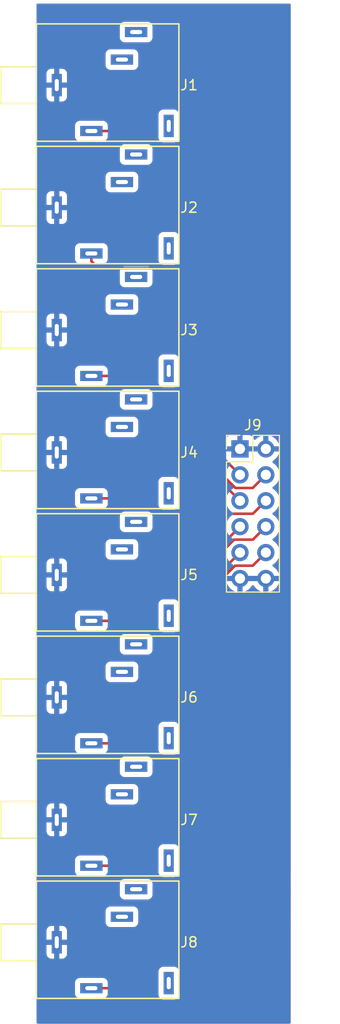
<source format=kicad_pcb>
(kicad_pcb (version 20241229) (generator "pcbnew") (generator_version "9.0")
  (layers (0 "F.Cu" signal) (2 "B.Cu" signal) (13 "F.Paste" user) (15 "B.Paste" user) (5 "F.SilkS" user "F.Silkscreen") (7 "B.SilkS" user "B.Silkscreen") (1 "F.Mask" user) (3 "B.Mask" user) (25 "Edge.Cuts" user))
  (net 0 "")
  (net 1 "GND")
  (net 2 "Net-(J1-Pad3)")
  (net 3 "Net-(J1-Pad2)")
  (net 4 "Net-(J2-Pad2)")
  (net 5 "Net-(J2-Pad3)")
  (net 6 "Net-(J3-Pad3)")
  (net 7 "Net-(J3-Pad2)")
  (net 8 "Net-(J4-Pad2)")
  (net 9 "Net-(J4-Pad3)")
  (net 10 "Net-(J5-Pad3)")
  (net 11 "Net-(J5-Pad2)")
  (net 12 "Net-(J6-Pad2)")
  (net 13 "Net-(J6-Pad3)")
  (net 14 "Net-(J7-Pad3)")
  (net 15 "Net-(J7-Pad2)")
  (net 16 "Net-(J8-Pad2)")
  (net 17 "Net-(J8-Pad3)")
  (footprint "Custom_Library:Mono_Jack_3.5mm_Switch_Switchcraft_35RAPC2AH3" (layer "F.Cu") (at 0 8)
    (property "Reference" "J1" (at 15 0 0) (layer "F.SilkS"))
    (property "Value" "AudioJack1_Switch")
    (fp_line (start -3.5 -1.8) (end -3.5 1.8) (stroke (width 0.15)) (layer "F.SilkS"))
    (fp_line (start 0 -6) (end 14 -6) (stroke (width 0.15)) (layer "F.SilkS"))
    (fp_line (start 0 -1.8) (end -3.5 -1.8) (stroke (width 0.15)) (layer "F.SilkS"))
    (fp_line (start 0 1.8) (end -3.5 1.8) (stroke (width 0.15)) (layer "F.SilkS"))
    (fp_line (start 0 5.5) (end 0 -6) (stroke (width 0.15)) (layer "F.SilkS"))
    (fp_line (start 14 -6) (end 14 5.5) (stroke (width 0.15)) (layer "F.SilkS"))
    (fp_line (start 14 5.5) (end 0 5.5) (stroke (width 0.15)) (layer "F.SilkS"))
    (pad "1" thru_hole rect (at 2 0) (size 1 2.2) (drill oval 0.4 1.2) (layers "*.Cu" "*.Mask") (net 1 "GND"))
    (pad "2" thru_hole rect (at 13 4) (size 1 2.2) (drill oval 0.4 1.2) (layers "*.Cu" "*.Mask") (net 3 "Net-(J1-Pad2)"))
    (pad "3" thru_hole rect (at 5.4 4.5) (size 2.2 1) (drill oval 1.2 0.4) (layers "*.Cu" "*.Mask") (net 2 "Net-(J1-Pad3)"))
    (pad "~" thru_hole rect (at 8.4 -2.5) (size 2.2 1) (drill oval 1.2 0.4) (layers "*.Cu" "*.Mask"))
    (pad "~" thru_hole rect (at 9.8 -5.2) (size 2.2 1) (drill oval 1.2 0.4) (layers "*.Cu" "*.Mask"))
  )
  (footprint "Custom_Library:Mono_Jack_3.5mm_Switch_Switchcraft_35RAPC2AH3" (layer "F.Cu") (at 0 20)
    (property "Reference" "J2" (at 15 0 0) (layer "F.SilkS"))
    (property "Value" "AudioJack1_Switch")
    (fp_line (start -3.5 -1.8) (end -3.5 1.8) (stroke (width 0.15)) (layer "F.SilkS"))
    (fp_line (start 0 -6) (end 14 -6) (stroke (width 0.15)) (layer "F.SilkS"))
    (fp_line (start 0 -1.8) (end -3.5 -1.8) (stroke (width 0.15)) (layer "F.SilkS"))
    (fp_line (start 0 1.8) (end -3.5 1.8) (stroke (width 0.15)) (layer "F.SilkS"))
    (fp_line (start 0 5.5) (end 0 -6) (stroke (width 0.15)) (layer "F.SilkS"))
    (fp_line (start 14 -6) (end 14 5.5) (stroke (width 0.15)) (layer "F.SilkS"))
    (fp_line (start 14 5.5) (end 0 5.5) (stroke (width 0.15)) (layer "F.SilkS"))
    (pad "1" thru_hole rect (at 2 0) (size 1 2.2) (drill oval 0.4 1.2) (layers "*.Cu" "*.Mask") (net 1 "GND"))
    (pad "2" thru_hole rect (at 13 4) (size 1 2.2) (drill oval 0.4 1.2) (layers "*.Cu" "*.Mask") (net 4 "Net-(J2-Pad2)"))
    (pad "3" thru_hole rect (at 5.4 4.5) (size 2.2 1) (drill oval 1.2 0.4) (layers "*.Cu" "*.Mask") (net 5 "Net-(J2-Pad3)"))
    (pad "~" thru_hole rect (at 8.4 -2.5) (size 2.2 1) (drill oval 1.2 0.4) (layers "*.Cu" "*.Mask"))
    (pad "~" thru_hole rect (at 9.8 -5.2) (size 2.2 1) (drill oval 1.2 0.4) (layers "*.Cu" "*.Mask"))
  )
  (footprint "Custom_Library:Mono_Jack_3.5mm_Switch_Switchcraft_35RAPC2AH3" (layer "F.Cu") (at 0 32)
    (property "Reference" "J3" (at 15 0 0) (layer "F.SilkS"))
    (property "Value" "AudioJack1_Switch")
    (fp_line (start -3.5 -1.8) (end -3.5 1.8) (stroke (width 0.15)) (layer "F.SilkS"))
    (fp_line (start 0 -6) (end 14 -6) (stroke (width 0.15)) (layer "F.SilkS"))
    (fp_line (start 0 -1.8) (end -3.5 -1.8) (stroke (width 0.15)) (layer "F.SilkS"))
    (fp_line (start 0 1.8) (end -3.5 1.8) (stroke (width 0.15)) (layer "F.SilkS"))
    (fp_line (start 0 5.5) (end 0 -6) (stroke (width 0.15)) (layer "F.SilkS"))
    (fp_line (start 14 -6) (end 14 5.5) (stroke (width 0.15)) (layer "F.SilkS"))
    (fp_line (start 14 5.5) (end 0 5.5) (stroke (width 0.15)) (layer "F.SilkS"))
    (pad "1" thru_hole rect (at 2 0) (size 1 2.2) (drill oval 0.4 1.2) (layers "*.Cu" "*.Mask") (net 1 "GND"))
    (pad "2" thru_hole rect (at 13 4) (size 1 2.2) (drill oval 0.4 1.2) (layers "*.Cu" "*.Mask") (net 7 "Net-(J3-Pad2)"))
    (pad "3" thru_hole rect (at 5.4 4.5) (size 2.2 1) (drill oval 1.2 0.4) (layers "*.Cu" "*.Mask") (net 6 "Net-(J3-Pad3)"))
    (pad "~" thru_hole rect (at 8.4 -2.5) (size 2.2 1) (drill oval 1.2 0.4) (layers "*.Cu" "*.Mask"))
    (pad "~" thru_hole rect (at 9.8 -5.2) (size 2.2 1) (drill oval 1.2 0.4) (layers "*.Cu" "*.Mask"))
  )
  (footprint "Custom_Library:Mono_Jack_3.5mm_Switch_Switchcraft_35RAPC2AH3" (layer "F.Cu") (at 0 44)
    (property "Reference" "J4" (at 15 0 0) (layer "F.SilkS"))
    (property "Value" "AudioJack1_Switch")
    (fp_line (start -3.5 -1.8) (end -3.5 1.8) (stroke (width 0.15)) (layer "F.SilkS"))
    (fp_line (start 0 -6) (end 14 -6) (stroke (width 0.15)) (layer "F.SilkS"))
    (fp_line (start 0 -1.8) (end -3.5 -1.8) (stroke (width 0.15)) (layer "F.SilkS"))
    (fp_line (start 0 1.8) (end -3.5 1.8) (stroke (width 0.15)) (layer "F.SilkS"))
    (fp_line (start 0 5.5) (end 0 -6) (stroke (width 0.15)) (layer "F.SilkS"))
    (fp_line (start 14 -6) (end 14 5.5) (stroke (width 0.15)) (layer "F.SilkS"))
    (fp_line (start 14 5.5) (end 0 5.5) (stroke (width 0.15)) (layer "F.SilkS"))
    (pad "1" thru_hole rect (at 2 0) (size 1 2.2) (drill oval 0.4 1.2) (layers "*.Cu" "*.Mask") (net 1 "GND"))
    (pad "2" thru_hole rect (at 13 4) (size 1 2.2) (drill oval 0.4 1.2) (layers "*.Cu" "*.Mask") (net 8 "Net-(J4-Pad2)"))
    (pad "3" thru_hole rect (at 5.4 4.5) (size 2.2 1) (drill oval 1.2 0.4) (layers "*.Cu" "*.Mask") (net 9 "Net-(J4-Pad3)"))
    (pad "~" thru_hole rect (at 8.4 -2.5) (size 2.2 1) (drill oval 1.2 0.4) (layers "*.Cu" "*.Mask"))
    (pad "~" thru_hole rect (at 9.8 -5.2) (size 2.2 1) (drill oval 1.2 0.4) (layers "*.Cu" "*.Mask"))
  )
  (footprint "Custom_Library:Mono_Jack_3.5mm_Switch_Switchcraft_35RAPC2AH3" (layer "F.Cu") (at 0 56)
    (property "Reference" "J5" (at 15 0 0) (layer "F.SilkS"))
    (property "Value" "AudioJack1_Switch")
    (fp_line (start -3.5 -1.8) (end -3.5 1.8) (stroke (width 0.15)) (layer "F.SilkS"))
    (fp_line (start 0 -6) (end 14 -6) (stroke (width 0.15)) (layer "F.SilkS"))
    (fp_line (start 0 -1.8) (end -3.5 -1.8) (stroke (width 0.15)) (layer "F.SilkS"))
    (fp_line (start 0 1.8) (end -3.5 1.8) (stroke (width 0.15)) (layer "F.SilkS"))
    (fp_line (start 0 5.5) (end 0 -6) (stroke (width 0.15)) (layer "F.SilkS"))
    (fp_line (start 14 -6) (end 14 5.5) (stroke (width 0.15)) (layer "F.SilkS"))
    (fp_line (start 14 5.5) (end 0 5.5) (stroke (width 0.15)) (layer "F.SilkS"))
    (pad "1" thru_hole rect (at 2 0) (size 1 2.2) (drill oval 0.4 1.2) (layers "*.Cu" "*.Mask") (net 1 "GND"))
    (pad "2" thru_hole rect (at 13 4) (size 1 2.2) (drill oval 0.4 1.2) (layers "*.Cu" "*.Mask") (net 11 "Net-(J5-Pad2)"))
    (pad "3" thru_hole rect (at 5.4 4.5) (size 2.2 1) (drill oval 1.2 0.4) (layers "*.Cu" "*.Mask") (net 10 "Net-(J5-Pad3)"))
    (pad "~" thru_hole rect (at 8.4 -2.5) (size 2.2 1) (drill oval 1.2 0.4) (layers "*.Cu" "*.Mask"))
    (pad "~" thru_hole rect (at 9.8 -5.2) (size 2.2 1) (drill oval 1.2 0.4) (layers "*.Cu" "*.Mask"))
  )
  (footprint "Custom_Library:Mono_Jack_3.5mm_Switch_Switchcraft_35RAPC2AH3" (layer "F.Cu") (at 0 68)
    (property "Reference" "J6" (at 15 0 0) (layer "F.SilkS"))
    (property "Value" "AudioJack1_Switch")
    (fp_line (start -3.5 -1.8) (end -3.5 1.8) (stroke (width 0.15)) (layer "F.SilkS"))
    (fp_line (start 0 -6) (end 14 -6) (stroke (width 0.15)) (layer "F.SilkS"))
    (fp_line (start 0 -1.8) (end -3.5 -1.8) (stroke (width 0.15)) (layer "F.SilkS"))
    (fp_line (start 0 1.8) (end -3.5 1.8) (stroke (width 0.15)) (layer "F.SilkS"))
    (fp_line (start 0 5.5) (end 0 -6) (stroke (width 0.15)) (layer "F.SilkS"))
    (fp_line (start 14 -6) (end 14 5.5) (stroke (width 0.15)) (layer "F.SilkS"))
    (fp_line (start 14 5.5) (end 0 5.5) (stroke (width 0.15)) (layer "F.SilkS"))
    (pad "1" thru_hole rect (at 2 0) (size 1 2.2) (drill oval 0.4 1.2) (layers "*.Cu" "*.Mask") (net 1 "GND"))
    (pad "2" thru_hole rect (at 13 4) (size 1 2.2) (drill oval 0.4 1.2) (layers "*.Cu" "*.Mask") (net 12 "Net-(J6-Pad2)"))
    (pad "3" thru_hole rect (at 5.4 4.5) (size 2.2 1) (drill oval 1.2 0.4) (layers "*.Cu" "*.Mask") (net 13 "Net-(J6-Pad3)"))
    (pad "~" thru_hole rect (at 8.4 -2.5) (size 2.2 1) (drill oval 1.2 0.4) (layers "*.Cu" "*.Mask"))
    (pad "~" thru_hole rect (at 9.8 -5.2) (size 2.2 1) (drill oval 1.2 0.4) (layers "*.Cu" "*.Mask"))
  )
  (footprint "Custom_Library:Mono_Jack_3.5mm_Switch_Switchcraft_35RAPC2AH3" (layer "F.Cu") (at 0 80)
    (property "Reference" "J7" (at 15 0 0) (layer "F.SilkS"))
    (property "Value" "AudioJack1_Switch")
    (fp_line (start -3.5 -1.8) (end -3.5 1.8) (stroke (width 0.15)) (layer "F.SilkS"))
    (fp_line (start 0 -6) (end 14 -6) (stroke (width 0.15)) (layer "F.SilkS"))
    (fp_line (start 0 -1.8) (end -3.5 -1.8) (stroke (width 0.15)) (layer "F.SilkS"))
    (fp_line (start 0 1.8) (end -3.5 1.8) (stroke (width 0.15)) (layer "F.SilkS"))
    (fp_line (start 0 5.5) (end 0 -6) (stroke (width 0.15)) (layer "F.SilkS"))
    (fp_line (start 14 -6) (end 14 5.5) (stroke (width 0.15)) (layer "F.SilkS"))
    (fp_line (start 14 5.5) (end 0 5.5) (stroke (width 0.15)) (layer "F.SilkS"))
    (pad "1" thru_hole rect (at 2 0) (size 1 2.2) (drill oval 0.4 1.2) (layers "*.Cu" "*.Mask") (net 1 "GND"))
    (pad "2" thru_hole rect (at 13 4) (size 1 2.2) (drill oval 0.4 1.2) (layers "*.Cu" "*.Mask") (net 15 "Net-(J7-Pad2)"))
    (pad "3" thru_hole rect (at 5.4 4.5) (size 2.2 1) (drill oval 1.2 0.4) (layers "*.Cu" "*.Mask") (net 14 "Net-(J7-Pad3)"))
    (pad "~" thru_hole rect (at 8.4 -2.5) (size 2.2 1) (drill oval 1.2 0.4) (layers "*.Cu" "*.Mask"))
    (pad "~" thru_hole rect (at 9.8 -5.2) (size 2.2 1) (drill oval 1.2 0.4) (layers "*.Cu" "*.Mask"))
  )
  (footprint "Custom_Library:Mono_Jack_3.5mm_Switch_Switchcraft_35RAPC2AH3" (layer "F.Cu") (at 0 92)
    (property "Reference" "J8" (at 15 0 0) (layer "F.SilkS"))
    (property "Value" "AudioJack1_Switch")
    (fp_line (start -3.5 -1.8) (end -3.5 1.8) (stroke (width 0.15)) (layer "F.SilkS"))
    (fp_line (start 0 -6) (end 14 -6) (stroke (width 0.15)) (layer "F.SilkS"))
    (fp_line (start 0 -1.8) (end -3.5 -1.8) (stroke (width 0.15)) (layer "F.SilkS"))
    (fp_line (start 0 1.8) (end -3.5 1.8) (stroke (width 0.15)) (layer "F.SilkS"))
    (fp_line (start 0 5.5) (end 0 -6) (stroke (width 0.15)) (layer "F.SilkS"))
    (fp_line (start 14 -6) (end 14 5.5) (stroke (width 0.15)) (layer "F.SilkS"))
    (fp_line (start 14 5.5) (end 0 5.5) (stroke (width 0.15)) (layer "F.SilkS"))
    (pad "1" thru_hole rect (at 2 0) (size 1 2.2) (drill oval 0.4 1.2) (layers "*.Cu" "*.Mask") (net 1 "GND"))
    (pad "2" thru_hole rect (at 13 4) (size 1 2.2) (drill oval 0.4 1.2) (layers "*.Cu" "*.Mask") (net 16 "Net-(J8-Pad2)"))
    (pad "3" thru_hole rect (at 5.4 4.5) (size 2.2 1) (drill oval 1.2 0.4) (layers "*.Cu" "*.Mask") (net 17 "Net-(J8-Pad3)"))
    (pad "~" thru_hole rect (at 8.4 -2.5) (size 2.2 1) (drill oval 1.2 0.4) (layers "*.Cu" "*.Mask"))
    (pad "~" thru_hole rect (at 9.8 -5.2) (size 2.2 1) (drill oval 1.2 0.4) (layers "*.Cu" "*.Mask"))
  )
  (footprint "Pin_Headers:Pin_Header_Straight_2x06_Pitch2.54mm" (layer "F.Cu") (at 20 43.65)
    (property "Reference" "J9" (at 1.27 -2.33 0) (layer "F.SilkS"))
    (property "Value" "Conn_02x06_Odd_Even")
    (fp_line (start -1.33 -1.33) (end 0 -1.33) (stroke (width 0.12)) (layer "F.SilkS"))
    (fp_line (start -1.33 0) (end -1.33 -1.33) (stroke (width 0.12)) (layer "F.SilkS"))
    (fp_line (start -1.33 1.27) (end -1.33 14.03) (stroke (width 0.12)) (layer "F.SilkS"))
    (fp_line (start -1.33 1.27) (end 1.27 1.27) (stroke (width 0.12)) (layer "F.SilkS"))
    (fp_line (start -1.33 14.03) (end 3.87 14.03) (stroke (width 0.12)) (layer "F.SilkS"))
    (fp_line (start 1.27 -1.33) (end 3.87 -1.33) (stroke (width 0.12)) (layer "F.SilkS"))
    (fp_line (start 1.27 1.27) (end 1.27 -1.33) (stroke (width 0.12)) (layer "F.SilkS"))
    (fp_line (start 3.87 -1.33) (end 3.87 14.03) (stroke (width 0.12)) (layer "F.SilkS"))
    (pad "1" thru_hole rect (at 0 0) (size 1.7 1.7) (drill 1) (layers "*.Cu" "*.Mask") (net 1 "GND"))
    (pad "2" thru_hole oval (at 2.54 0) (size 1.7 1.7) (drill 1) (layers "*.Cu" "*.Mask") (net 1 "GND"))
    (pad "3" thru_hole oval (at 0 2.54) (size 1.7 1.7) (drill 1) (layers "*.Cu" "*.Mask") (net 2 "Net-(J1-Pad3)"))
    (pad "4" thru_hole oval (at 2.54 2.54) (size 1.7 1.7) (drill 1) (layers "*.Cu" "*.Mask") (net 5 "Net-(J2-Pad3)"))
    (pad "5" thru_hole oval (at 0 5.08) (size 1.7 1.7) (drill 1) (layers "*.Cu" "*.Mask") (net 6 "Net-(J3-Pad3)"))
    (pad "6" thru_hole oval (at 2.54 5.08) (size 1.7 1.7) (drill 1) (layers "*.Cu" "*.Mask") (net 9 "Net-(J4-Pad3)"))
    (pad "7" thru_hole oval (at 0 7.62) (size 1.7 1.7) (drill 1) (layers "*.Cu" "*.Mask") (net 10 "Net-(J5-Pad3)"))
    (pad "8" thru_hole oval (at 2.54 7.62) (size 1.7 1.7) (drill 1) (layers "*.Cu" "*.Mask") (net 13 "Net-(J6-Pad3)"))
    (pad "9" thru_hole oval (at 0 10.16) (size 1.7 1.7) (drill 1) (layers "*.Cu" "*.Mask") (net 14 "Net-(J7-Pad3)"))
    (pad "10" thru_hole oval (at 2.54 10.16) (size 1.7 1.7) (drill 1) (layers "*.Cu" "*.Mask") (net 17 "Net-(J8-Pad3)"))
    (pad "11" thru_hole oval (at 0 12.7) (size 1.7 1.7) (drill 1) (layers "*.Cu" "*.Mask") (net 1 "GND"))
    (pad "12" thru_hole oval (at 2.54 12.7) (size 1.7 1.7) (drill 1) (layers "*.Cu" "*.Mask") (net 1 "GND"))
  )
  (gr_line (start 0 0) (end 0 100) (stroke (width 0.05)) (layer "Edge.Cuts"))
  (gr_line (start 25 0) (end 25 100) (stroke (width 0.05)) (layer "Edge.Cuts"))
  (gr_line (start 0 100) (end 25 100) (stroke (width 0.05)) (layer "Edge.Cuts"))
  (gr_line (start 0 0) (end 25 0) (stroke (width 0.05)) (layer "Edge.Cuts"))
  (segment (start 18.088202 38.97942) (end 18.087771 38.978989) (width 0.25) (layer "F.Cu") (net 2))
  (segment (start 18.0848 16.23314) (end 15.8496 13.99794) (width 0.25) (layer "F.Cu") (net 2))
  (segment (start 20 46.19) (end 18.088202 44.278202) (width 0.25) (layer "F.Cu") (net 2))
  (segment (start 18.087771 27.65708) (end 18.0848 27.654109) (width 0.25) (layer "F.Cu") (net 2))
  (segment (start 6.75 12.5) (end 5.4 12.5) (width 0.25) (layer "F.Cu") (net 2))
  (segment (start 18.087771 38.978989) (end 18.087771 27.65708) (width 0.25) (layer "F.Cu") (net 2))
  (segment (start 11.99388 13.99794) (end 10.49594 12.5) (width 0.25) (layer "F.Cu") (net 2))
  (segment (start 15.8496 13.99794) (end 11.99388 13.99794) (width 0.25) (layer "F.Cu") (net 2))
  (segment (start 10.49594 12.5) (end 6.75 12.5) (width 0.25) (layer "F.Cu") (net 2))
  (segment (start 18.088202 44.278202) (end 18.088202 38.97942) (width 0.25) (layer "F.Cu") (net 2))
  (segment (start 18.0848 27.654109) (end 18.0848 16.23314) (width 0.25) (layer "F.Cu") (net 2))
  (segment (start 17.638191 45.567193) (end 17.638191 39.16582) (width 0.25) (layer "F.Cu") (net 5))
  (segment (start 5.4 25.25) (end 5.4 24.5) (width 0.25) (layer "F.Cu") (net 5))
  (segment (start 22.54 46.19) (end 21.24978 47.48022) (width 0.25) (layer "F.Cu") (net 5))
  (segment (start 17.63776 39.165389) (end 17.63776 27.84348) (width 0.25) (layer "F.Cu") (net 5))
  (segment (start 15.76578 25.9715) (end 6.1215 25.9715) (width 0.25) (layer "F.Cu") (net 5))
  (segment (start 17.63776 27.84348) (end 15.76578 25.9715) (width 0.25) (layer "F.Cu") (net 5))
  (segment (start 19.551218 47.48022) (end 17.638191 45.567193) (width 0.25) (layer "F.Cu") (net 5))
  (segment (start 21.24978 47.48022) (end 19.551218 47.48022) (width 0.25) (layer "F.Cu") (net 5))
  (segment (start 6.1215 25.9715) (end 5.4 25.25) (width 0.25) (layer "F.Cu") (net 5))
  (segment (start 17.638191 39.16582) (end 17.63776 39.165389) (width 0.25) (layer "F.Cu") (net 5))
  (segment (start 10.53104 36.5) (end 11.97864 37.9476) (width 0.25) (layer "F.Cu") (net 6))
  (segment (start 5.4 36.5) (end 10.53104 36.5) (width 0.25) (layer "F.Cu") (net 6))
  (segment (start 17.18818 39.35222) (end 17.18818 45.91818) (width 0.25) (layer "F.Cu") (net 6))
  (segment (start 17.18818 45.91818) (end 20 48.73) (width 0.25) (layer "F.Cu") (net 6))
  (segment (start 15.78356 37.9476) (end 17.18818 39.35222) (width 0.25) (layer "F.Cu") (net 6))
  (segment (start 11.97864 37.9476) (end 15.78356 37.9476) (width 0.25) (layer "F.Cu") (net 6))
  (segment (start 5.4 48.5) (end 10.5905 48.5) (width 0.25) (layer "F.Cu") (net 9))
  (segment (start 21.690001 49.579999) (end 22.54 48.73) (width 0.25) (layer "F.Cu") (net 9))
  (segment (start 21.26502 50.00498) (end 21.690001 49.579999) (width 0.25) (layer "F.Cu") (net 9))
  (segment (start 12.09548 50.00498) (end 21.26502 50.00498) (width 0.25) (layer "F.Cu") (net 9))
  (segment (start 10.5905 48.5) (end 12.09548 50.00498) (width 0.25) (layer "F.Cu") (net 9))
  (segment (start 15.2781 62.0014) (end 12.02944 62.0014) (width 0.25) (layer "F.Cu") (net 10))
  (segment (start 10.52804 60.5) (end 5.4 60.5) (width 0.25) (layer "F.Cu") (net 10))
  (segment (start 16.72207 54.54793) (end 16.72207 60.55743) (width 0.25) (layer "F.Cu") (net 10))
  (segment (start 12.02944 62.0014) (end 10.52804 60.5) (width 0.25) (layer "F.Cu") (net 10))
  (segment (start 20 51.27) (end 16.72207 54.54793) (width 0.25) (layer "F.Cu") (net 10))
  (segment (start 16.72207 60.55743) (end 15.2781 62.0014) (width 0.25) (layer "F.Cu") (net 10))
  (segment (start 12.01928 74.00798) (end 10.5113 72.5) (width 0.25) (layer "F.Cu") (net 13))
  (segment (start 17.17208 72.3299) (end 15.494 74.00798) (width 0.25) (layer "F.Cu") (net 13))
  (segment (start 21.2701 52.5399) (end 19.42846 52.5399) (width 0.25) (layer "F.Cu") (net 13))
  (segment (start 15.494 74.00798) (end 12.01928 74.00798) (width 0.25) (layer "F.Cu") (net 13))
  (segment (start 10.5113 72.5) (end 5.4 72.5) (width 0.25) (layer "F.Cu") (net 13))
  (segment (start 22.54 51.27) (end 21.2701 52.5399) (width 0.25) (layer "F.Cu") (net 13))
  (segment (start 19.42846 52.5399) (end 17.17208 54.79628) (width 0.25) (layer "F.Cu") (net 13))
  (segment (start 17.17208 54.79628) (end 17.17208 72.3299) (width 0.25) (layer "F.Cu") (net 13))
  (segment (start 17.62209 56.18791) (end 17.62209 83.89155) (width 0.25) (layer "F.Cu") (net 14))
  (segment (start 15.50924 86.0044) (end 11.97864 86.0044) (width 0.25) (layer "F.Cu") (net 14))
  (segment (start 20 53.81) (end 17.62209 56.18791) (width 0.25) (layer "F.Cu") (net 14))
  (segment (start 10.47424 84.5) (end 5.4 84.5) (width 0.25) (layer "F.Cu") (net 14))
  (segment (start 11.97864 86.0044) (end 10.47424 84.5) (width 0.25) (layer "F.Cu") (net 14))
  (segment (start 17.62209 83.89155) (end 15.50924 86.0044) (width 0.25) (layer "F.Cu") (net 14))
  (segment (start 18.0721 56.538898) (end 18.0721 95.49892) (width 0.25) (layer "F.Cu") (net 17))
  (segment (start 21.25486 55.09514) (end 19.515858 55.09514) (width 0.25) (layer "F.Cu") (net 17))
  (segment (start 10.6353 96.5) (end 5.4 96.5) (width 0.25) (layer "F.Cu") (net 17))
  (segment (start 18.0721 95.49892) (end 15.57528 97.99574) (width 0.25) (layer "F.Cu") (net 17))
  (segment (start 15.57528 97.99574) (end 12.13104 97.99574) (width 0.25) (layer "F.Cu") (net 17))
  (segment (start 22.54 53.81) (end 21.25486 55.09514) (width 0.25) (layer "F.Cu") (net 17))
  (segment (start 19.515858 55.09514) (end 18.0721 56.538898) (width 0.25) (layer "F.Cu") (net 17))
  (segment (start 12.13104 97.99574) (end 10.6353 96.5) (width 0.25) (layer "F.Cu") (net 17))
  (zone (net 1) (net_name "GND") (layer "F.Cu") (connect_pads (clearance 0.508)) (min_thickness 0.254) (fill yes (thermal_gap 0.508) (thermal_bridge_width 0.508))
    (polygon (pts (xy 24.99868 0.00508) (xy 24.97074 100.00234) (xy 0.04572 99.9998) (xy 0.00254 -0.00254)))
  )
  (zone (net 1) (net_name "GND") (layer "B.Cu") (connect_pads (clearance 0.508)) (min_thickness 0.254) (fill yes (thermal_gap 0.508) (thermal_bridge_width 0.508))
    (polygon (pts (xy 25.0063 0.00762) (xy 24.96312 99.99726) (xy 0.03048 99.9871) (xy 0.00762 -0.00254)))
  )
)
</source>
